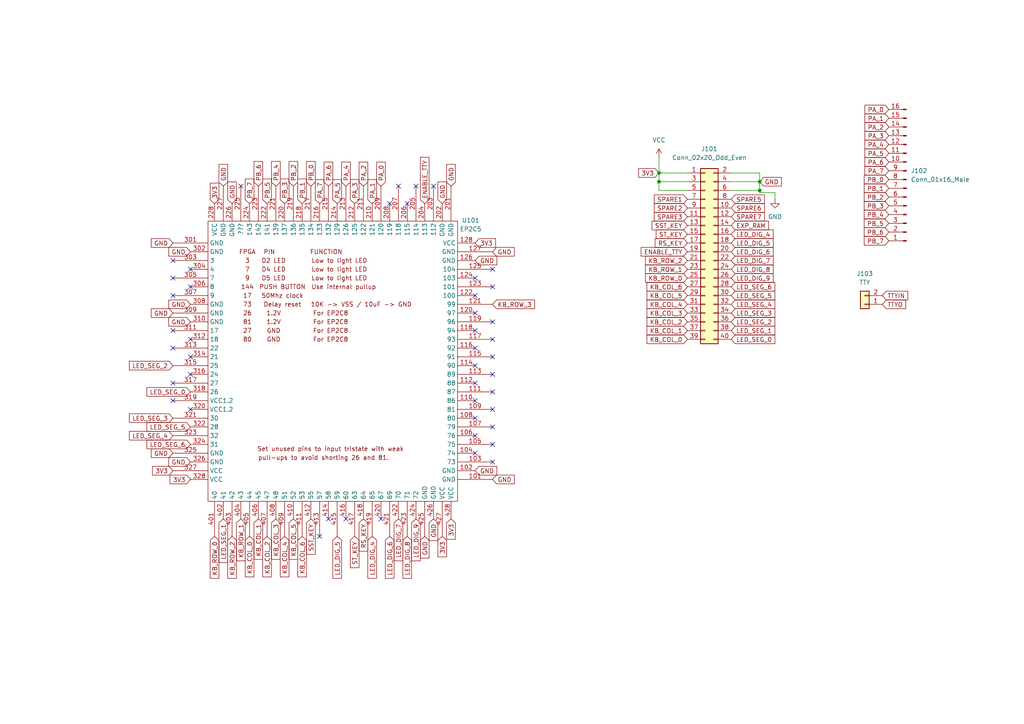
<source format=kicad_sch>
(kicad_sch (version 20211123) (generator eeschema)
  (paper "A4")
  (lib_symbols
    (symbol "Connector:Conn_01x16_Male" (pin_names (offset 1.016) hide)
      (property "Reference" "J" (at 0 20.32 0))
      (property "Value" "Conn_01x16_Male" (at 0 -22.86 0))
      (symbol "Conn_01x16_Male_1_1"
        (polyline (pts (xy 1.27 -20.32) (xy 0.8636 -20.32)) (stroke (width 0.1524)))
        (polyline (pts (xy 1.27 -17.78) (xy 0.8636 -17.78)) (stroke (width 0.1524)))
        (polyline (pts (xy 1.27 -15.24) (xy 0.8636 -15.24)) (stroke (width 0.1524)))
        (polyline (pts (xy 1.27 -12.7) (xy 0.8636 -12.7)) (stroke (width 0.1524)))
        (polyline (pts (xy 1.27 -10.16) (xy 0.8636 -10.16)) (stroke (width 0.1524)))
        (polyline (pts (xy 1.27 -7.62) (xy 0.8636 -7.62)) (stroke (width 0.1524)))
        (polyline (pts (xy 1.27 -5.08) (xy 0.8636 -5.08)) (stroke (width 0.1524)))
        (polyline (pts (xy 1.27 -2.54) (xy 0.8636 -2.54)) (stroke (width 0.1524)))
        (polyline (pts (xy 1.27 0) (xy 0.8636 0)) (stroke (width 0.1524)))
        (polyline (pts (xy 1.27 2.54) (xy 0.8636 2.54)) (stroke (width 0.1524)))
        (polyline (pts (xy 1.27 5.08) (xy 0.8636 5.08)) (stroke (width 0.1524)))
        (polyline (pts (xy 1.27 7.62) (xy 0.8636 7.62)) (stroke (width 0.1524)))
        (polyline (pts (xy 1.27 10.16) (xy 0.8636 10.16)) (stroke (width 0.1524)))
        (polyline (pts (xy 1.27 12.7) (xy 0.8636 12.7)) (stroke (width 0.1524)))
        (polyline (pts (xy 1.27 15.24) (xy 0.8636 15.24)) (stroke (width 0.1524)))
        (polyline (pts (xy 1.27 17.78) (xy 0.8636 17.78)) (stroke (width 0.1524)))
        (rectangle (start 0.8636 -20.193) (end 0 -20.447) (stroke (width 0.1524)) (fill (type outline)))
        (rectangle (start 0.8636 -17.653) (end 0 -17.907) (stroke (width 0.1524)) (fill (type outline)))
        (rectangle (start 0.8636 -15.113) (end 0 -15.367) (stroke (width 0.1524)) (fill (type outline)))
        (rectangle (start 0.8636 -12.573) (end 0 -12.827) (stroke (width 0.1524)) (fill (type outline)))
        (rectangle (start 0.8636 -10.033) (end 0 -10.287) (stroke (width 0.1524)) (fill (type outline)))
        (rectangle (start 0.8636 -7.493) (end 0 -7.747) (stroke (width 0.1524)) (fill (type outline)))
        (rectangle (start 0.8636 -4.953) (end 0 -5.207) (stroke (width 0.1524)) (fill (type outline)))
        (rectangle (start 0.8636 -2.413) (end 0 -2.667) (stroke (width 0.1524)) (fill (type outline)))
        (rectangle (start 0.8636 0.127) (end 0 -0.127) (stroke (width 0.1524)) (fill (type outline)))
        (rectangle (start 0.8636 2.667) (end 0 2.413) (stroke (width 0.1524)) (fill (type outline)))
        (rectangle (start 0.8636 5.207) (end 0 4.953) (stroke (width 0.1524)) (fill (type outline)))
        (rectangle (start 0.8636 7.747) (end 0 7.493) (stroke (width 0.1524)) (fill (type outline)))
        (rectangle (start 0.8636 10.287) (end 0 10.033) (stroke (width 0.1524)) (fill (type outline)))
        (rectangle (start 0.8636 12.827) (end 0 12.573) (stroke (width 0.1524)) (fill (type outline)))
        (rectangle (start 0.8636 15.367) (end 0 15.113) (stroke (width 0.1524)) (fill (type outline)))
        (rectangle (start 0.8636 17.907) (end 0 17.653) (stroke (width 0.1524)) (fill (type outline)))
        (pin passive line (at 5.08 17.78 180) (length 3.81) (name "Pin_1") (number "1"))
        (pin passive line (at 5.08 -5.08 180) (length 3.81) (name "Pin_10") (number "10"))
        (pin passive line (at 5.08 -7.62 180) (length 3.81) (name "Pin_11") (number "11"))
        (pin passive line (at 5.08 -10.16 180) (length 3.81) (name "Pin_12") (number "12"))
        (pin passive line (at 5.08 -12.7 180) (length 3.81) (name "Pin_13") (number "13"))
        (pin passive line (at 5.08 -15.24 180) (length 3.81) (name "Pin_14") (number "14"))
        (pin passive line (at 5.08 -17.78 180) (length 3.81) (name "Pin_15") (number "15"))
        (pin passive line (at 5.08 -20.32 180) (length 3.81) (name "Pin_16") (number "16"))
        (pin passive line (at 5.08 15.24 180) (length 3.81) (name "Pin_2") (number "2"))
        (pin passive line (at 5.08 12.7 180) (length 3.81) (name "Pin_3") (number "3"))
        (pin passive line (at 5.08 10.16 180) (length 3.81) (name "Pin_4") (number "4"))
        (pin passive line (at 5.08 7.62 180) (length 3.81) (name "Pin_5") (number "5"))
        (pin passive line (at 5.08 5.08 180) (length 3.81) (name "Pin_6") (number "6"))
        (pin passive line (at 5.08 2.54 180) (length 3.81) (name "Pin_7") (number "7"))
        (pin passive line (at 5.08 0 180) (length 3.81) (name "Pin_8") (number "8"))
        (pin passive line (at 5.08 -2.54 180) (length 3.81) (name "Pin_9") (number "9"))
      )
    )
    (symbol "Connector_Generic:Conn_01x02" (pin_names (offset 1.016) hide)
      (property "Reference" "J" (at 0 2.54 0))
      (property "Value" "Conn_01x02" (at 0 -5.08 0))
      (symbol "Conn_01x02_1_1"
        (rectangle (start -1.27 -2.413) (end 0 -2.667) (stroke (width 0.1524)))
        (rectangle (start -1.27 0.127) (end 0 -0.127) (stroke (width 0.1524)))
        (rectangle (start -1.27 1.27) (end 1.27 -3.81) (stroke (width 0.254)) (fill (type background)))
        (pin passive line (at -5.08 0 0) (length 3.81) (name "Pin_1") (number "1"))
        (pin passive line (at -5.08 -2.54 0) (length 3.81) (name "Pin_2") (number "2"))
      )
    )
    (symbol "Connector_Generic:Conn_02x20_Odd_Even" (pin_names (offset 1.016) hide)
      (property "Reference" "J" (at 1.27 25.4 0))
      (property "Value" "Conn_02x20_Odd_Even" (at 1.27 -27.94 0))
      (symbol "Conn_02x20_Odd_Even_1_1"
        (rectangle (start -1.27 -25.273) (end 0 -25.527) (stroke (width 0.1524)))
        (rectangle (start -1.27 -22.733) (end 0 -22.987) (stroke (width 0.1524)))
        (rectangle (start -1.27 -20.193) (end 0 -20.447) (stroke (width 0.1524)))
        (rectangle (start -1.27 -17.653) (end 0 -17.907) (stroke (width 0.1524)))
        (rectangle (start -1.27 -15.113) (end 0 -15.367) (stroke (width 0.1524)))
        (rectangle (start -1.27 -12.573) (end 0 -12.827) (stroke (width 0.1524)))
        (rectangle (start -1.27 -10.033) (end 0 -10.287) (stroke (width 0.1524)))
        (rectangle (start -1.27 -7.493) (end 0 -7.747) (stroke (width 0.1524)))
        (rectangle (start -1.27 -4.953) (end 0 -5.207) (stroke (width 0.1524)))
        (rectangle (start -1.27 -2.413) (end 0 -2.667) (stroke (width 0.1524)))
        (rectangle (start -1.27 0.127) (end 0 -0.127) (stroke (width 0.1524)))
        (rectangle (start -1.27 2.667) (end 0 2.413) (stroke (width 0.1524)))
        (rectangle (start -1.27 5.207) (end 0 4.953) (stroke (width 0.1524)))
        (rectangle (start -1.27 7.747) (end 0 7.493) (stroke (width 0.1524)))
        (rectangle (start -1.27 10.287) (end 0 10.033) (stroke (width 0.1524)))
        (rectangle (start -1.27 12.827) (end 0 12.573) (stroke (width 0.1524)))
        (rectangle (start -1.27 15.367) (end 0 15.113) (stroke (width 0.1524)))
        (rectangle (start -1.27 17.907) (end 0 17.653) (stroke (width 0.1524)))
        (rectangle (start -1.27 20.447) (end 0 20.193) (stroke (width 0.1524)))
        (rectangle (start -1.27 22.987) (end 0 22.733) (stroke (width 0.1524)))
        (rectangle (start -1.27 24.13) (end 3.81 -26.67) (stroke (width 0.254)) (fill (type background)))
        (rectangle (start 3.81 -25.273) (end 2.54 -25.527) (stroke (width 0.1524)))
        (rectangle (start 3.81 -22.733) (end 2.54 -22.987) (stroke (width 0.1524)))
        (rectangle (start 3.81 -20.193) (end 2.54 -20.447) (stroke (width 0.1524)))
        (rectangle (start 3.81 -17.653) (end 2.54 -17.907) (stroke (width 0.1524)))
        (rectangle (start 3.81 -15.113) (end 2.54 -15.367) (stroke (width 0.1524)))
        (rectangle (start 3.81 -12.573) (end 2.54 -12.827) (stroke (width 0.1524)))
        (rectangle (start 3.81 -10.033) (end 2.54 -10.287) (stroke (width 0.1524)))
        (rectangle (start 3.81 -7.493) (end 2.54 -7.747) (stroke (width 0.1524)))
        (rectangle (start 3.81 -4.953) (end 2.54 -5.207) (stroke (width 0.1524)))
        (rectangle (start 3.81 -2.413) (end 2.54 -2.667) (stroke (width 0.1524)))
        (rectangle (start 3.81 0.127) (end 2.54 -0.127) (stroke (width 0.1524)))
        (rectangle (start 3.81 2.667) (end 2.54 2.413) (stroke (width 0.1524)))
        (rectangle (start 3.81 5.207) (end 2.54 4.953) (stroke (width 0.1524)))
        (rectangle (start 3.81 7.747) (end 2.54 7.493) (stroke (width 0.1524)))
        (rectangle (start 3.81 10.287) (end 2.54 10.033) (stroke (width 0.1524)))
        (rectangle (start 3.81 12.827) (end 2.54 12.573) (stroke (width 0.1524)))
        (rectangle (start 3.81 15.367) (end 2.54 15.113) (stroke (width 0.1524)))
        (rectangle (start 3.81 17.907) (end 2.54 17.653) (stroke (width 0.1524)))
        (rectangle (start 3.81 20.447) (end 2.54 20.193) (stroke (width 0.1524)))
        (rectangle (start 3.81 22.987) (end 2.54 22.733) (stroke (width 0.1524)))
        (pin passive line (at -5.08 22.86 0) (length 3.81) (name "Pin_1") (number "1"))
        (pin passive line (at 7.62 12.7 180) (length 3.81) (name "Pin_10") (number "10"))
        (pin passive line (at -5.08 10.16 0) (length 3.81) (name "Pin_11") (number "11"))
        (pin passive line (at 7.62 10.16 180) (length 3.81) (name "Pin_12") (number "12"))
        (pin passive line (at -5.08 7.62 0) (length 3.81) (name "Pin_13") (number "13"))
        (pin passive line (at 7.62 7.62 180) (length 3.81) (name "Pin_14") (number "14"))
        (pin passive line (at -5.08 5.08 0) (length 3.81) (name "Pin_15") (number "15"))
        (pin passive line (at 7.62 5.08 180) (length 3.81) (name "Pin_16") (number "16"))
        (pin passive line (at -5.08 2.54 0) (length 3.81) (name "Pin_17") (number "17"))
        (pin passive line (at 7.62 2.54 180) (length 3.81) (name "Pin_18") (number "18"))
        (pin passive line (at -5.08 0 0) (length 3.81) (name "Pin_19") (number "19"))
        (pin passive line (at 7.62 22.86 180) (length 3.81) (name "Pin_2") (number "2"))
        (pin passive line (at 7.62 0 180) (length 3.81) (name "Pin_20") (number "20"))
        (pin passive line (at -5.08 -2.54 0) (length 3.81) (name "Pin_21") (number "21"))
        (pin passive line (at 7.62 -2.54 180) (length 3.81) (name "Pin_22") (number "22"))
        (pin passive line (at -5.08 -5.08 0) (length 3.81) (name "Pin_23") (number "23"))
        (pin passive line (at 7.62 -5.08 180) (length 3.81) (name "Pin_24") (number "24"))
        (pin passive line (at -5.08 -7.62 0) (length 3.81) (name "Pin_25") (number "25"))
        (pin passive line (at 7.62 -7.62 180) (length 3.81) (name "Pin_26") (number "26"))
        (pin passive line (at -5.08 -10.16 0) (length 3.81) (name "Pin_27") (number "27"))
        (pin passive line (at 7.62 -10.16 180) (length 3.81) (name "Pin_28") (number "28"))
        (pin passive line (at -5.08 -12.7 0) (length 3.81) (name "Pin_29") (number "29"))
        (pin passive line (at -5.08 20.32 0) (length 3.81) (name "Pin_3") (number "3"))
        (pin passive line (at 7.62 -12.7 180) (length 3.81) (name "Pin_30") (number "30"))
        (pin passive line (at -5.08 -15.24 0) (length 3.81) (name "Pin_31") (number "31"))
        (pin passive line (at 7.62 -15.24 180) (length 3.81) (name "Pin_32") (number "32"))
        (pin passive line (at -5.08 -17.78 0) (length 3.81) (name "Pin_33") (number "33"))
        (pin passive line (at 7.62 -17.78 180) (length 3.81) (name "Pin_34") (number "34"))
        (pin passive line (at -5.08 -20.32 0) (length 3.81) (name "Pin_35") (number "35"))
        (pin passive line (at 7.62 -20.32 180) (length 3.81) (name "Pin_36") (number "36"))
        (pin passive line (at -5.08 -22.86 0) (length 3.81) (name "Pin_37") (number "37"))
        (pin passive line (at 7.62 -22.86 180) (length 3.81) (name "Pin_38") (number "38"))
        (pin passive line (at -5.08 -25.4 0) (length 3.81) (name "Pin_39") (number "39"))
        (pin passive line (at 7.62 20.32 180) (length 3.81) (name "Pin_4") (number "4"))
        (pin passive line (at 7.62 -25.4 180) (length 3.81) (name "Pin_40") (number "40"))
        (pin passive line (at -5.08 17.78 0) (length 3.81) (name "Pin_5") (number "5"))
        (pin passive line (at 7.62 17.78 180) (length 3.81) (name "Pin_6") (number "6"))
        (pin passive line (at -5.08 15.24 0) (length 3.81) (name "Pin_7") (number "7"))
        (pin passive line (at 7.62 15.24 180) (length 3.81) (name "Pin_8") (number "8"))
        (pin passive line (at -5.08 12.7 0) (length 3.81) (name "Pin_9") (number "9"))
      )
    )
    (symbol "ep2c5:EP2C5"
      (property "Reference" "U" (at 2.54 0 0))
      (property "Value" "EP2C5" (at -2.54 0 0))
      (symbol "EP2C5_0_0"
        (text " pull-ups to avoid shorting 26 and 81." (at -2.54 -29.21 0) (effects (font (size 1.27 1.27))))
        (text "1.2V" (at -16.51 10.16 0) (effects (font (size 1.27 1.27))))
        (text "1.2V" (at -16.51 12.7 0) (effects (font (size 1.27 1.27))))
        (text "10K -> VSS / 10uF -> GND" (at 8.89 15.24 0) (effects (font (size 1.27 1.27))))
        (text "144" (at -24.13 20.32 0) (effects (font (size 1.27 1.27))))
        (text "17" (at -24.13 17.78 0) (effects (font (size 1.27 1.27))))
        (text "26" (at -24.13 12.7 0) (effects (font (size 1.27 1.27))))
        (text "27" (at -24.13 7.62 0) (effects (font (size 1.27 1.27))))
        (text "3" (at -24.13 27.94 0) (effects (font (size 1.27 1.27))))
        (text "50Mhz clock" (at -13.97 17.78 0) (effects (font (size 1.27 1.27))))
        (text "7" (at -24.13 25.4 0) (effects (font (size 1.27 1.27))))
        (text "73" (at -24.13 15.24 0) (effects (font (size 1.27 1.27))))
        (text "80" (at -24.13 5.08 0) (effects (font (size 1.27 1.27))))
        (text "81" (at -24.13 10.16 0) (effects (font (size 1.27 1.27))))
        (text "9" (at -24.13 22.86 0) (effects (font (size 1.27 1.27))))
        (text "D2 LED" (at -16.51 27.94 0) (effects (font (size 1.27 1.27))))
        (text "D4 LED" (at -16.51 25.4 0) (effects (font (size 1.27 1.27))))
        (text "D5 LED" (at -16.51 22.86 0) (effects (font (size 1.27 1.27))))
        (text "Delay reset" (at -13.97 15.24 0) (effects (font (size 1.27 1.27))))
        (text "For EP2C8" (at 0 5.08 0) (effects (font (size 1.27 1.27))))
        (text "For EP2C8" (at 0 7.62 0) (effects (font (size 1.27 1.27))))
        (text "For EP2C8" (at 0 10.16 0) (effects (font (size 1.27 1.27))))
        (text "For EP2C8" (at 0 12.7 0) (effects (font (size 1.27 1.27))))
        (text "FPGA" (at -24.13 30.48 0) (effects (font (size 1.27 1.27))))
        (text "FUNCTION" (at -1.27 30.48 0) (effects (font (size 1.27 1.27))))
        (text "GND" (at -16.51 5.08 0) (effects (font (size 1.27 1.27))))
        (text "GND" (at -16.51 7.62 0) (effects (font (size 1.27 1.27))))
        (text "Low to light LED" (at 2.54 22.86 0) (effects (font (size 1.27 1.27))))
        (text "Low to light LED" (at 2.54 25.4 0) (effects (font (size 1.27 1.27))))
        (text "Low to light LED" (at 2.54 27.94 0) (effects (font (size 1.27 1.27))))
        (text "PIN" (at -17.78 30.48 0) (effects (font (size 1.27 1.27))))
        (text "PUSH BUTTON" (at -13.97 20.32 0) (effects (font (size 1.27 1.27))))
        (text "Set unused pins to input tristate with weak" (at 0 -26.67 0) (effects (font (size 1.27 1.27))))
        (text "Use internal pullup" (at 3.81 20.32 0) (effects (font (size 1.27 1.27))))
      )
      (symbol "EP2C5_0_1"
        (rectangle (start -35.56 39.37) (end 36.83 -41.91))
      )
      (symbol "EP2C5_1_1"
        (pin unspecified line (at 46.99 -35.56 180) (length 10.16) (name "GND") (number "101"))
        (pin unspecified line (at 41.91 -33.02 180) (length 5.08) (name "GND") (number "102"))
        (pin unspecified line (at 46.99 -30.48 180) (length 10.16) (name "73") (number "103"))
        (pin unspecified line (at 41.91 -27.94 180) (length 5.08) (name "74") (number "104"))
        (pin unspecified line (at 46.99 -25.4 180) (length 10.16) (name "75") (number "105"))
        (pin unspecified line (at 41.91 -22.86 180) (length 5.08) (name "76") (number "106"))
        (pin unspecified line (at 46.99 -20.32 180) (length 10.16) (name "79") (number "107"))
        (pin unspecified line (at 41.91 -17.78 180) (length 5.08) (name "80") (number "108"))
        (pin unspecified line (at 46.99 -15.24 180) (length 10.16) (name "81") (number "109"))
        (pin unspecified line (at 41.91 -12.7 180) (length 5.08) (name "86") (number "110"))
        (pin unspecified line (at 46.99 -10.16 180) (length 10.16) (name "87") (number "111"))
        (pin unspecified line (at 41.91 -7.62 180) (length 5.08) (name "88") (number "112"))
        (pin unspecified line (at 46.99 -5.08 180) (length 10.16) (name "89") (number "113"))
        (pin unspecified line (at 41.91 -2.54 180) (length 5.08) (name "90") (number "114"))
        (pin unspecified line (at 46.99 0 180) (length 10.16) (name "91") (number "115"))
        (pin unspecified line (at 41.91 2.54 180) (length 5.08) (name "92") (number "116"))
        (pin unspecified line (at 46.99 5.08 180) (length 10.16) (name "93") (number "117"))
        (pin unspecified line (at 41.91 7.62 180) (length 5.08) (name "94") (number "118"))
        (pin unspecified line (at 46.99 10.16 180) (length 10.16) (name "96") (number "119"))
        (pin unspecified line (at 41.91 12.7 180) (length 5.08) (name "97") (number "120"))
        (pin unspecified line (at 46.99 15.24 180) (length 10.16) (name "99") (number "121"))
        (pin unspecified line (at 41.91 17.78 180) (length 5.08) (name "100") (number "122"))
        (pin unspecified line (at 46.99 20.32 180) (length 10.16) (name "101") (number "123"))
        (pin unspecified line (at 41.91 22.86 180) (length 5.08) (name "103") (number "124"))
        (pin unspecified line (at 46.99 25.4 180) (length 10.16) (name "104") (number "125"))
        (pin unspecified line (at 41.91 27.94 180) (length 5.08) (name "GND") (number "126"))
        (pin unspecified line (at 46.99 30.48 180) (length 10.16) (name "GND") (number "127"))
        (pin unspecified line (at 41.91 33.02 180) (length 5.08) (name "VCC") (number "128"))
        (pin unspecified line (at 34.925 49.53 270) (length 10.16) (name "GND") (number "201"))
        (pin unspecified line (at 32.385 44.45 270) (length 5.08) (name "GND") (number "202"))
        (pin unspecified line (at 29.845 49.53 270) (length 10.16) (name "112") (number "203"))
        (pin unspecified line (at 27.305 44.45 270) (length 5.08) (name "113") (number "204"))
        (pin unspecified line (at 24.765 49.53 270) (length 10.16) (name "114") (number "205"))
        (pin unspecified line (at 22.225 44.45 270) (length 5.08) (name "115") (number "206"))
        (pin unspecified line (at 19.685 49.53 270) (length 10.16) (name "118") (number "207"))
        (pin unspecified line (at 17.145 44.45 270) (length 5.08) (name "119") (number "208"))
        (pin unspecified line (at 14.605 49.53 270) (length 10.16) (name "120") (number "209"))
        (pin unspecified line (at 12.065 44.45 270) (length 5.08) (name "121") (number "210"))
        (pin unspecified line (at 9.525 49.53 270) (length 10.16) (name "122") (number "211"))
        (pin unspecified line (at 6.985 44.45 270) (length 5.08) (name "125") (number "212"))
        (pin unspecified line (at 4.445 49.53 270) (length 10.16) (name "126") (number "213"))
        (pin unspecified line (at 1.905 44.45 270) (length 5.08) (name "129") (number "214"))
        (pin unspecified line (at -0.635 49.53 270) (length 10.16) (name "132") (number "215"))
        (pin unspecified line (at -3.175 44.45 270) (length 5.08) (name "133") (number "216"))
        (pin unspecified line (at -5.715 49.53 270) (length 10.16) (name "134") (number "217"))
        (pin unspecified line (at -8.255 44.45 270) (length 5.08) (name "135") (number "218"))
        (pin unspecified line (at -10.795 49.53 270) (length 10.16) (name "136") (number "219"))
        (pin unspecified line (at -13.335 44.45 270) (length 5.08) (name "137") (number "220"))
        (pin unspecified line (at -15.875 49.53 270) (length 10.16) (name "139") (number "221"))
        (pin unspecified line (at -18.415 44.45 270) (length 5.08) (name "141") (number "222"))
        (pin unspecified line (at -20.955 49.53 270) (length 10.16) (name "142") (number "223"))
        (pin unspecified line (at -23.495 44.45 270) (length 5.08) (name "143") (number "224"))
        (pin unspecified line (at -26.035 49.53 270) (length 10.16) (name "???") (number "225"))
        (pin unspecified line (at -28.575 44.45 270) (length 5.08) (name "GND") (number "226"))
        (pin unspecified line (at -31.115 49.53 270) (length 10.16) (name "GND") (number "227"))
        (pin unspecified line (at -33.655 44.45 270) (length 5.08) (name "VCC") (number "228"))
        (pin unspecified line (at -45.72 33.02 0) (length 10.16) (name "GND") (number "301"))
        (pin unspecified line (at -40.64 30.48 0) (length 5.08) (name "GND") (number "302"))
        (pin unspecified line (at -45.72 27.94 0) (length 10.16) (name "3") (number "303"))
        (pin unspecified line (at -40.64 25.4 0) (length 5.08) (name "4") (number "304"))
        (pin unspecified line (at -45.72 22.86 0) (length 10.16) (name "7") (number "305"))
        (pin unspecified line (at -40.64 20.32 0) (length 5.08) (name "8") (number "306"))
        (pin unspecified line (at -45.72 17.78 0) (length 10.16) (name "9") (number "307"))
        (pin unspecified line (at -40.64 15.24 0) (length 5.08) (name "GND") (number "308"))
        (pin unspecified line (at -45.72 12.7 0) (length 10.16) (name "GND") (number "309"))
        (pin unspecified line (at -40.64 10.16 0) (length 5.08) (name "GND") (number "310"))
        (pin unspecified line (at -45.72 7.62 0) (length 10.16) (name "17") (number "311"))
        (pin unspecified line (at -40.64 5.08 0) (length 5.08) (name "18") (number "312"))
        (pin unspecified line (at -45.72 2.54 0) (length 10.16) (name "22") (number "313"))
        (pin unspecified line (at -40.64 0 0) (length 5.08) (name "21") (number "314"))
        (pin unspecified line (at -45.72 -2.54 0) (length 10.16) (name "25") (number "315"))
        (pin unspecified line (at -40.64 -5.08 0) (length 5.08) (name "24") (number "316"))
        (pin unspecified line (at -45.72 -7.62 0) (length 10.16) (name "27") (number "317"))
        (pin unspecified line (at -40.64 -10.16 0) (length 5.08) (name "26") (number "318"))
        (pin unspecified line (at -45.72 -12.7 0) (length 10.16) (name "VCC1.2") (number "319"))
        (pin unspecified line (at -40.64 -15.24 0) (length 5.08) (name "VCC1.2") (number "320"))
        (pin unspecified line (at -45.72 -17.78 0) (length 10.16) (name "30") (number "321"))
        (pin unspecified line (at -40.64 -20.32 0) (length 5.08) (name "28") (number "322"))
        (pin unspecified line (at -45.72 -22.86 0) (length 10.16) (name "32") (number "323"))
        (pin unspecified line (at -40.64 -25.4 0) (length 5.08) (name "31") (number "324"))
        (pin unspecified line (at -45.72 -27.94 0) (length 10.16) (name "GND") (number "325"))
        (pin unspecified line (at -40.64 -30.48 0) (length 5.08) (name "GND") (number "326"))
        (pin unspecified line (at -45.72 -33.02 0) (length 10.16) (name "VCC") (number "327"))
        (pin unspecified line (at -40.64 -35.56 0) (length 5.08) (name "VCC") (number "328"))
        (pin unspecified line (at -33.655 -52.07 90) (length 10.16) (name "40") (number "401"))
        (pin unspecified line (at -31.115 -46.99 90) (length 5.08) (name "41") (number "402"))
        (pin unspecified line (at -28.575 -52.07 90) (length 10.16) (name "42") (number "403"))
        (pin unspecified line (at -26.035 -46.99 90) (length 5.08) (name "43") (number "404"))
        (pin unspecified line (at -23.495 -52.07 90) (length 10.16) (name "44") (number "405"))
        (pin unspecified line (at -20.955 -46.99 90) (length 5.08) (name "45") (number "406"))
        (pin unspecified line (at -18.415 -52.07 90) (length 10.16) (name "47") (number "407"))
        (pin unspecified line (at -15.875 -46.99 90) (length 5.08) (name "48") (number "408"))
        (pin unspecified line (at -13.335 -52.07 90) (length 10.16) (name "51") (number "409"))
        (pin unspecified line (at -10.795 -46.99 90) (length 5.08) (name "52") (number "410"))
        (pin unspecified line (at -8.255 -52.07 90) (length 10.16) (name "53") (number "411"))
        (pin unspecified line (at -5.715 -46.99 90) (length 5.08) (name "55") (number "412"))
        (pin unspecified line (at -3.175 -52.07 90) (length 10.16) (name "57") (number "413"))
        (pin unspecified line (at -0.635 -46.99 90) (length 5.08) (name "58") (number "414"))
        (pin unspecified line (at 1.905 -52.07 90) (length 10.16) (name "59") (number "415"))
        (pin unspecified line (at 4.445 -46.99 90) (length 5.08) (name "60") (number "416"))
        (pin unspecified line (at 6.985 -52.07 90) (length 10.16) (name "63") (number "417"))
        (pin unspecified line (at 9.525 -46.99 90) (length 5.08) (name "64") (number "418"))
        (pin unspecified line (at 12.065 -52.07 90) (length 10.16) (name "65") (number "419"))
        (pin unspecified line (at 14.605 -46.99 90) (length 5.08) (name "67") (number "420"))
        (pin unspecified line (at 17.145 -52.07 90) (length 10.16) (name "69") (number "421"))
        (pin unspecified line (at 19.685 -46.99 90) (length 5.08) (name "70") (number "422"))
        (pin unspecified line (at 22.225 -52.07 90) (length 10.16) (name "71") (number "423"))
        (pin unspecified line (at 24.765 -46.99 90) (length 5.08) (name "72") (number "424"))
        (pin unspecified line (at 27.305 -52.07 90) (length 10.16) (name "GND") (number "425"))
        (pin unspecified line (at 29.845 -46.99 90) (length 5.08) (name "GND") (number "426"))
        (pin unspecified line (at 32.385 -52.07 90) (length 10.16) (name "VCC") (number "427"))
        (pin unspecified line (at 34.925 -46.99 90) (length 5.08) (name "VCC") (number "428"))
      )
    )
    (symbol "power:GND" (power) (pin_names (offset 0))
      (property "Value" "GND" (at 0 -3.81 0))
      (symbol "GND_0_1"
        (polyline (pts (xy 0 0) (xy 0 -1.27) (xy 1.27 -1.27) (xy 0 -2.54) (xy -1.27 -1.27) (xy 0 -1.27)))
      )
      (symbol "GND_1_1"
        (pin power_in line (at 0 0 270) (length 0) hide (name "GND") (number "1"))
      )
    )
    (symbol "power:VCC" (power) (pin_names (offset 0))
      (property "Value" "VCC" (at 0 3.81 0))
      (symbol "VCC_0_1"
        (polyline (pts (xy -0.762 1.27) (xy 0 2.54)))
        (polyline (pts (xy 0 0) (xy 0 2.54)))
        (polyline (pts (xy 0 2.54) (xy 0.762 1.27)))
      )
      (symbol "VCC_1_1"
        (pin power_in line (at 0 0 90) (length 0) hide (name "VCC") (number "1"))
      )
    )
  )
  (junction (at 220.345 52.705))
  (junction (at 191.135 52.705))
  (junction (at 191.135 50.165))
  (junction (at 220.345 55.245))
  (no_connect (at 115.57 53.975))
  (no_connect (at 120.65 53.975))
  (no_connect (at 125.73 53.975))
  (no_connect (at 113.03 59.055))
  (no_connect (at 69.85 53.975))
  (no_connect (at 50.165 75.565))
  (no_connect (at 55.245 78.105))
  (no_connect (at 50.165 80.645))
  (no_connect (at 118.11 59.055))
  (no_connect (at 142.875 98.425))
  (no_connect (at 137.795 95.885))
  (no_connect (at 142.875 93.345))
  (no_connect (at 137.795 90.805))
  (no_connect (at 142.875 83.185))
  (no_connect (at 137.795 85.725))
  (no_connect (at 137.795 80.645))
  (no_connect (at 142.875 78.105))
  (no_connect (at 55.245 83.185))
  (no_connect (at 50.165 85.725))
  (no_connect (at 50.165 95.885))
  (no_connect (at 50.165 100.965))
  (no_connect (at 55.245 108.585))
  (no_connect (at 55.245 98.425))
  (no_connect (at 55.245 103.505))
  (no_connect (at 95.25 150.495))
  (no_connect (at 100.33 150.495))
  (no_connect (at 92.71 155.575))
  (no_connect (at 50.165 111.125))
  (no_connect (at 50.165 116.205))
  (no_connect (at 55.245 118.745))
  (no_connect (at 110.49 150.495))
  (no_connect (at 137.795 111.125))
  (no_connect (at 142.875 108.585))
  (no_connect (at 137.795 106.045))
  (no_connect (at 142.875 103.505))
  (no_connect (at 137.795 100.965))
  (no_connect (at 142.875 123.825))
  (no_connect (at 137.795 121.285))
  (no_connect (at 142.875 118.745))
  (no_connect (at 137.795 116.205))
  (no_connect (at 142.875 113.665))
  (no_connect (at 142.875 133.985))
  (no_connect (at 137.795 131.445))
  (no_connect (at 142.875 128.905))
  (no_connect (at 137.795 126.365))
  (wire (pts (xy 212.09 55.245) (xy 220.345 55.245)))
  (wire (pts (xy 220.345 50.165) (xy 220.345 52.705)))
  (wire (pts (xy 191.135 50.165) (xy 191.135 52.705)))
  (wire (pts (xy 212.09 50.165) (xy 220.345 50.165)))
  (wire (pts (xy 191.135 45.72) (xy 191.135 50.165)))
  (wire (pts (xy 191.135 55.245) (xy 199.39 55.245)))
  (wire (pts (xy 224.79 55.88) (xy 224.79 57.785)))
  (wire (pts (xy 191.135 52.705) (xy 191.135 55.245)))
  (wire (pts (xy 220.345 52.705) (xy 220.345 55.245)))
  (wire (pts (xy 220.345 55.88) (xy 224.79 55.88)))
  (wire (pts (xy 191.135 50.165) (xy 199.39 50.165)))
  (wire (pts (xy 191.135 52.705) (xy 199.39 52.705)))
  (wire (pts (xy 220.345 55.245) (xy 220.345 55.88)))
  (wire (pts (xy 212.09 52.705) (xy 220.345 52.705)))
  (global_label "GND" (shape input) (at 128.27 59.055 90) (property "Intersheet References" "${INTERSHEET_REFS}" (effects hide)))
  (global_label "KB_COL_3" (shape input) (at 199.39 90.805 180) (property "Intersheet References" "${INTERSHEET_REFS}" (effects hide)))
  (global_label "PB_4" (shape input) (at 80.01 53.975 90) (property "Intersheet References" "${INTERSHEET_REFS}" (effects hide)))
  (global_label "PB_5" (shape input) (at 77.47 59.055 90) (property "Intersheet References" "${INTERSHEET_REFS}" (effects hide)))
  (global_label "LED_SEG_6" (shape input) (at 55.245 128.905 180) (property "Intersheet References" "${INTERSHEET_REFS}" (effects hide)))
  (global_label "PB_5" (shape input) (at 257.81 64.77 180) (property "Intersheet References" "${INTERSHEET_REFS}" (effects hide)))
  (global_label "LED_SEG_4" (shape input) (at 50.165 126.365 180) (property "Intersheet References" "${INTERSHEET_REFS}" (effects hide)))
  (global_label "GND" (shape input) (at 137.795 136.525 0) (property "Intersheet References" "${INTERSHEET_REFS}" (effects hide)))
  (global_label "PA_2" (shape input) (at 105.41 53.975 90) (property "Intersheet References" "${INTERSHEET_REFS}" (effects hide)))
  (global_label "LED_SEG_5" (shape input) (at 55.245 123.825 180) (property "Intersheet References" "${INTERSHEET_REFS}" (effects hide)))
  (global_label "PB_7" (shape input) (at 72.39 59.055 90) (property "Intersheet References" "${INTERSHEET_REFS}" (effects hide)))
  (global_label "SPARE6" (shape input) (at 212.09 60.325 0) (property "Intersheet References" "${INTERSHEET_REFS}" (effects hide)))
  (global_label "KB_ROW_2" (shape input) (at 67.31 155.575 270) (property "Intersheet References" "${INTERSHEET_REFS}" (effects hide)))
  (global_label "PA_2" (shape input) (at 257.81 36.83 180) (property "Intersheet References" "${INTERSHEET_REFS}" (effects hide)))
  (global_label "LED_SEG_6" (shape input) (at 212.09 83.185 0) (property "Intersheet References" "${INTERSHEET_REFS}" (effects hide)))
  (global_label "SPARE2" (shape input) (at 199.39 60.325 180) (property "Intersheet References" "${INTERSHEET_REFS}" (effects hide)))
  (global_label "LED_DIG_6" (shape input) (at 212.09 73.025 0) (property "Intersheet References" "${INTERSHEET_REFS}" (effects hide)))
  (global_label "PA_1" (shape input) (at 107.95 59.055 90) (property "Intersheet References" "${INTERSHEET_REFS}" (effects hide)))
  (global_label "SPARE5" (shape input) (at 212.09 57.785 0) (property "Intersheet References" "${INTERSHEET_REFS}" (effects hide)))
  (global_label "3V3" (shape input) (at 130.81 150.495 270) (property "Intersheet References" "${INTERSHEET_REFS}" (effects hide)))
  (global_label "TTYIN" (shape input) (at 255.905 85.725 0) (property "Intersheet References" "${INTERSHEET_REFS}" (effects hide)))
  (global_label "LED_DIG_7" (shape input) (at 115.57 150.495 270) (property "Intersheet References" "${INTERSHEET_REFS}" (effects hide)))
  (global_label "RS_KEY" (shape input) (at 199.39 70.485 180) (property "Intersheet References" "${INTERSHEET_REFS}" (effects hide)))
  (global_label "PB_4" (shape input) (at 257.81 62.23 180) (property "Intersheet References" "${INTERSHEET_REFS}" (effects hide)))
  (global_label "GND" (shape input) (at 125.73 150.495 270) (property "Intersheet References" "${INTERSHEET_REFS}" (effects hide)))
  (global_label "KB_COL_4" (shape input) (at 199.39 88.265 180) (property "Intersheet References" "${INTERSHEET_REFS}" (effects hide)))
  (global_label "GND" (shape input) (at 55.245 93.345 180) (property "Intersheet References" "${INTERSHEET_REFS}" (effects hide)))
  (global_label "GND" (shape input) (at 137.795 75.565 0) (property "Intersheet References" "${INTERSHEET_REFS}" (effects hide)))
  (global_label "GND" (shape input) (at 220.345 52.705 0) (property "Intersheet References" "${INTERSHEET_REFS}" (effects hide)))
  (global_label "ST_KEY" (shape input) (at 199.39 67.945 180) (property "Intersheet References" "${INTERSHEET_REFS}" (effects hide)))
  (global_label "3V3" (shape input) (at 50.165 136.525 180) (property "Intersheet References" "${INTERSHEET_REFS}" (effects hide)))
  (global_label "ENABLE_TTY" (shape input) (at 123.19 59.055 90) (property "Intersheet References" "${INTERSHEET_REFS}" (effects hide)))
  (global_label "TTYO" (shape input) (at 255.905 88.265 0) (property "Intersheet References" "${INTERSHEET_REFS}" (effects hide)))
  (global_label "LED_SEG_1" (shape input) (at 212.09 95.885 0) (property "Intersheet References" "${INTERSHEET_REFS}" (effects hide)))
  (global_label "PA_1" (shape input) (at 257.81 34.29 180) (property "Intersheet References" "${INTERSHEET_REFS}" (effects hide)))
  (global_label "PA_7" (shape input) (at 257.81 49.53 180) (property "Intersheet References" "${INTERSHEET_REFS}" (effects hide)))
  (global_label "3V3" (shape input) (at 191.135 50.165 180) (property "Intersheet References" "${INTERSHEET_REFS}" (effects hide)))
  (global_label "LED_DIG_4" (shape input) (at 107.95 155.575 270) (property "Intersheet References" "${INTERSHEET_REFS}" (effects hide)))
  (global_label "KB_COL_3" (shape input) (at 80.01 150.495 270) (property "Intersheet References" "${INTERSHEET_REFS}" (effects hide)))
  (global_label "KB_COL_2" (shape input) (at 77.47 155.575 270) (property "Intersheet References" "${INTERSHEET_REFS}" (effects hide)))
  (global_label "PB_2" (shape input) (at 85.09 53.975 90) (property "Intersheet References" "${INTERSHEET_REFS}" (effects hide)))
  (global_label "ENABLE_TTY" (shape input) (at 199.39 73.025 180) (property "Intersheet References" "${INTERSHEET_REFS}" (effects hide)))
  (global_label "LED_SEG_0" (shape input) (at 212.09 98.425 0) (property "Intersheet References" "${INTERSHEET_REFS}" (effects hide)))
  (global_label "KB_COL_0" (shape input) (at 72.39 155.575 270) (property "Intersheet References" "${INTERSHEET_REFS}" (effects hide)))
  (global_label "LED_DIG_5" (shape input) (at 97.79 155.575 270) (property "Intersheet References" "${INTERSHEET_REFS}" (effects hide)))
  (global_label "PA_4" (shape input) (at 100.33 53.975 90) (property "Intersheet References" "${INTERSHEET_REFS}" (effects hide)))
  (global_label "PB_3" (shape input) (at 257.81 59.69 180) (property "Intersheet References" "${INTERSHEET_REFS}" (effects hide)))
  (global_label "SPARE1" (shape input) (at 199.39 57.785 180) (property "Intersheet References" "${INTERSHEET_REFS}" (effects hide)))
  (global_label "PA_3" (shape input) (at 257.81 39.37 180) (property "Intersheet References" "${INTERSHEET_REFS}" (effects hide)))
  (global_label "KB_ROW_3" (shape input) (at 142.875 88.265 0) (property "Intersheet References" "${INTERSHEET_REFS}" (effects hide)))
  (global_label "PA_0" (shape input) (at 110.49 53.975 90) (property "Intersheet References" "${INTERSHEET_REFS}" (effects hide)))
  (global_label "3V3" (shape input) (at 62.23 59.055 90) (property "Intersheet References" "${INTERSHEET_REFS}" (effects hide)))
  (global_label "PB_6" (shape input) (at 257.81 67.31 180) (property "Intersheet References" "${INTERSHEET_REFS}" (effects hide)))
  (global_label "KB_ROW_1" (shape input) (at 69.85 150.495 270) (property "Intersheet References" "${INTERSHEET_REFS}" (effects hide)))
  (global_label "LED_DIG_5" (shape input) (at 212.09 70.485 0) (property "Intersheet References" "${INTERSHEET_REFS}" (effects hide)))
  (global_label "KB_ROW_0" (shape input) (at 62.23 155.575 270) (property "Intersheet References" "${INTERSHEET_REFS}" (effects hide)))
  (global_label "PB_0" (shape input) (at 90.17 53.975 90) (property "Intersheet References" "${INTERSHEET_REFS}" (effects hide)))
  (global_label "LED_SEG_2" (shape input) (at 212.09 93.345 0) (property "Intersheet References" "${INTERSHEET_REFS}" (effects hide)))
  (global_label "LED_DIG_4" (shape input) (at 212.09 67.945 0) (property "Intersheet References" "${INTERSHEET_REFS}" (effects hide)))
  (global_label "LED_SEG_3" (shape input) (at 212.09 90.805 0) (property "Intersheet References" "${INTERSHEET_REFS}" (effects hide)))
  (global_label "KB_COL_6" (shape input) (at 87.63 155.575 270) (property "Intersheet References" "${INTERSHEET_REFS}" (effects hide)))
  (global_label "PA_5" (shape input) (at 97.79 59.055 90) (property "Intersheet References" "${INTERSHEET_REFS}" (effects hide)))
  (global_label "GND" (shape input) (at 67.31 59.055 90) (property "Intersheet References" "${INTERSHEET_REFS}" (effects hide)))
  (global_label "GND" (shape input) (at 142.875 73.025 0) (property "Intersheet References" "${INTERSHEET_REFS}" (effects hide)))
  (global_label "PA_4" (shape input) (at 257.81 41.91 180) (property "Intersheet References" "${INTERSHEET_REFS}" (effects hide)))
  (global_label "LED_SEG_1" (shape input) (at 64.77 150.495 270) (property "Intersheet References" "${INTERSHEET_REFS}" (effects hide)))
  (global_label "PA_3" (shape input) (at 102.87 59.055 90) (property "Intersheet References" "${INTERSHEET_REFS}" (effects hide)))
  (global_label "PA_6" (shape input) (at 257.81 46.99 180) (property "Intersheet References" "${INTERSHEET_REFS}" (effects hide)))
  (global_label "KB_COL_2" (shape input) (at 199.39 93.345 180) (property "Intersheet References" "${INTERSHEET_REFS}" (effects hide)))
  (global_label "PB_2" (shape input) (at 257.81 57.15 180) (property "Intersheet References" "${INTERSHEET_REFS}" (effects hide)))
  (global_label "RS_KEY" (shape input) (at 105.41 150.495 270) (property "Intersheet References" "${INTERSHEET_REFS}" (effects hide)))
  (global_label "LED_DIG_9" (shape input) (at 120.65 150.495 270) (property "Intersheet References" "${INTERSHEET_REFS}" (effects hide)))
  (global_label "KB_ROW_0" (shape input) (at 199.39 80.645 180) (property "Intersheet References" "${INTERSHEET_REFS}" (effects hide)))
  (global_label "PB_6" (shape input) (at 74.93 53.975 90) (property "Intersheet References" "${INTERSHEET_REFS}" (effects hide)))
  (global_label "KB_COL_0" (shape input) (at 199.39 98.425 180) (property "Intersheet References" "${INTERSHEET_REFS}" (effects hide)))
  (global_label "GND" (shape input) (at 123.19 155.575 270) (property "Intersheet References" "${INTERSHEET_REFS}" (effects hide)))
  (global_label "KB_COL_4" (shape input) (at 82.55 155.575 270) (property "Intersheet References" "${INTERSHEET_REFS}" (effects hide)))
  (global_label "KB_COL_6" (shape input) (at 199.39 83.185 180) (property "Intersheet References" "${INTERSHEET_REFS}" (effects hide)))
  (global_label "LED_DIG_8" (shape input) (at 212.09 78.105 0) (property "Intersheet References" "${INTERSHEET_REFS}" (effects hide)))
  (global_label "PB_3" (shape input) (at 82.55 59.055 90) (property "Intersheet References" "${INTERSHEET_REFS}" (effects hide)))
  (global_label "KB_ROW_1" (shape input) (at 199.39 78.105 180) (property "Intersheet References" "${INTERSHEET_REFS}" (effects hide)))
  (global_label "PA_5" (shape input) (at 257.81 44.45 180) (property "Intersheet References" "${INTERSHEET_REFS}" (effects hide)))
  (global_label "PB_1" (shape input) (at 87.63 59.055 90) (property "Intersheet References" "${INTERSHEET_REFS}" (effects hide)))
  (global_label "PA_6" (shape input) (at 95.25 53.975 90) (property "Intersheet References" "${INTERSHEET_REFS}" (effects hide)))
  (global_label "3V3" (shape input) (at 128.27 155.575 270) (property "Intersheet References" "${INTERSHEET_REFS}" (effects hide)))
  (global_label "LED_SEG_5" (shape input) (at 212.09 85.725 0) (property "Intersheet References" "${INTERSHEET_REFS}" (effects hide)))
  (global_label "PA_0" (shape input) (at 257.81 31.75 180) (property "Intersheet References" "${INTERSHEET_REFS}" (effects hide)))
  (global_label "PA_7" (shape input) (at 92.71 59.055 90) (property "Intersheet References" "${INTERSHEET_REFS}" (effects hide)))
  (global_label "LED_SEG_4" (shape input) (at 212.09 88.265 0) (property "Intersheet References" "${INTERSHEET_REFS}" (effects hide)))
  (global_label "GND" (shape input) (at 50.165 131.445 180) (property "Intersheet References" "${INTERSHEET_REFS}" (effects hide)))
  (global_label "GND" (shape input) (at 55.245 133.985 180) (property "Intersheet References" "${INTERSHEET_REFS}" (effects hide)))
  (global_label "LED_SEG_2" (shape input) (at 50.165 106.045 180) (property "Intersheet References" "${INTERSHEET_REFS}" (effects hide)))
  (global_label "GND" (shape input) (at 64.77 53.975 90) (property "Intersheet References" "${INTERSHEET_REFS}" (effects hide)))
  (global_label "LED_DIG_6" (shape input) (at 113.03 155.575 270) (property "Intersheet References" "${INTERSHEET_REFS}" (effects hide)))
  (global_label "LED_SEG_0" (shape input) (at 55.245 113.665 180) (property "Intersheet References" "${INTERSHEET_REFS}" (effects hide)))
  (global_label "KB_COL_1" (shape input) (at 74.93 150.495 270) (property "Intersheet References" "${INTERSHEET_REFS}" (effects hide)))
  (global_label "KB_COL_5" (shape input) (at 199.39 85.725 180) (property "Intersheet References" "${INTERSHEET_REFS}" (effects hide)))
  (global_label "GND" (shape input) (at 142.875 139.065 0) (property "Intersheet References" "${INTERSHEET_REFS}" (effects hide)))
  (global_label "KB_COL_5" (shape input) (at 85.09 150.495 270) (property "Intersheet References" "${INTERSHEET_REFS}" (effects hide)))
  (global_label "PB_7" (shape input) (at 257.81 69.85 180) (property "Intersheet References" "${INTERSHEET_REFS}" (effects hide)))
  (global_label "LED_DIG_9" (shape input) (at 212.09 80.645 0) (property "Intersheet References" "${INTERSHEET_REFS}" (effects hide)))
  (global_label "3V3" (shape input) (at 55.245 139.065 180) (property "Intersheet References" "${INTERSHEET_REFS}" (effects hide)))
  (global_label "GND" (shape input) (at 55.245 88.265 180) (property "Intersheet References" "${INTERSHEET_REFS}" (effects hide)))
  (global_label "KB_ROW_2" (shape input) (at 199.39 75.565 180) (property "Intersheet References" "${INTERSHEET_REFS}" (effects hide)))
  (global_label "SPARE7" (shape input) (at 212.09 62.865 0) (property "Intersheet References" "${INTERSHEET_REFS}" (effects hide)))
  (global_label "GND" (shape input) (at 50.165 70.485 180) (property "Intersheet References" "${INTERSHEET_REFS}" (effects hide)))
  (global_label "GND" (shape input) (at 50.165 90.805 180) (property "Intersheet References" "${INTERSHEET_REFS}" (effects hide)))
  (global_label "LED_SEG_3" (shape input) (at 50.165 121.285 180) (property "Intersheet References" "${INTERSHEET_REFS}" (effects hide)))
  (global_label "GND" (shape input) (at 55.245 73.025 180) (property "Intersheet References" "${INTERSHEET_REFS}" (effects hide)))
  (global_label "ST_KEY" (shape input) (at 102.87 155.575 270) (property "Intersheet References" "${INTERSHEET_REFS}" (effects hide)))
  (global_label "LED_DIG_8" (shape input) (at 118.11 155.575 270) (property "Intersheet References" "${INTERSHEET_REFS}" (effects hide)))
  (global_label "SST_KEY" (shape input) (at 199.39 65.405 180) (property "Intersheet References" "${INTERSHEET_REFS}" (effects hide)))
  (global_label "PB_0" (shape input) (at 257.81 52.07 180) (property "Intersheet References" "${INTERSHEET_REFS}" (effects hide)))
  (global_label "GND" (shape input) (at 130.81 53.975 90) (property "Intersheet References" "${INTERSHEET_REFS}" (effects hide)))
  (global_label "LED_DIG_7" (shape input) (at 212.09 75.565 0) (property "Intersheet References" "${INTERSHEET_REFS}" (effects hide)))
  (global_label "SPARE3" (shape input) (at 199.39 62.865 180) (property "Intersheet References" "${INTERSHEET_REFS}" (effects hide)))
  (global_label "EXP_RAM" (shape input) (at 212.09 65.405 0) (property "Intersheet References" "${INTERSHEET_REFS}" (effects hide)))
  (global_label "3V3" (shape input) (at 137.795 70.485 0) (property "Intersheet References" "${INTERSHEET_REFS}" (effects hide)))
  (global_label "SST_KEY" (shape input) (at 90.17 150.495 270) (property "Intersheet References" "${INTERSHEET_REFS}" (effects hide)))
  (global_label "PB_1" (shape input) (at 257.81 54.61 180) (property "Intersheet References" "${INTERSHEET_REFS}" (effects hide)))
  (global_label "KB_COL_1" (shape input) (at 199.39 95.885 180) (property "Intersheet References" "${INTERSHEET_REFS}" (effects hide)))
  (symbol (lib_id "power:VCC") (at 191.135 45.72 0) (unit 1)
    (property "Reference" "#PWR0101" (effects hide))
    (property "Value" "VCC" (at 191.135 40.64 0))
  )
  (symbol (lib_id "ep2c5:EP2C5") (at 95.885 103.505 0) (unit 1)
    (property "Reference" "U101" (at 136.525 63.9062 0))
    (property "Value" "EP2C5" (at 136.525 66.4462 0))
    (property "Footprint" "EP2C5:EP2C5" (effects hide))
  )
  (symbol (lib_id "Connector_Generic:Conn_01x02") (at 250.825 88.265 180) (unit 1)
    (property "Reference" "J103" (at 250.825 79.375 0))
    (property "Value" "TTY" (at 250.825 81.915 0))
    (property "Footprint" "Connector_PinHeader_2.54mm:PinHeader_1x02_P2.54mm_Vertical" (effects hide))
  )
  (symbol (lib_id "power:GND") (at 224.79 57.785 0) (unit 1)
    (property "Reference" "#PWR0102" (effects hide))
    (property "Value" "GND" (at 224.79 62.865 0))
  )
  (symbol (lib_id "Connector:Conn_01x16_Male") (at 262.89 52.07 180) (unit 1)
    (property "Reference" "J102" (at 264.16 49.5299 0) (effects (justify right)))
    (property "Value" "Conn_01x16_Male" (at 264.16 52.0699 0) (effects (justify right)))
    (property "Footprint" "Connector_PinSocket_2.54mm:PinSocket_1x16_P2.54mm_Vertical" (effects hide))
  )
  (symbol (lib_id "Connector_Generic:Conn_02x20_Odd_Even") (at 204.47 73.025 0) (unit 1)
    (property "Reference" "J101" (at 205.74 43.18 0))
    (property "Value" "Conn_02x20_Odd_Even" (at 205.74 45.72 0))
    (property "Footprint" "kim1:connector" (effects hide))
  )
)
</source>
